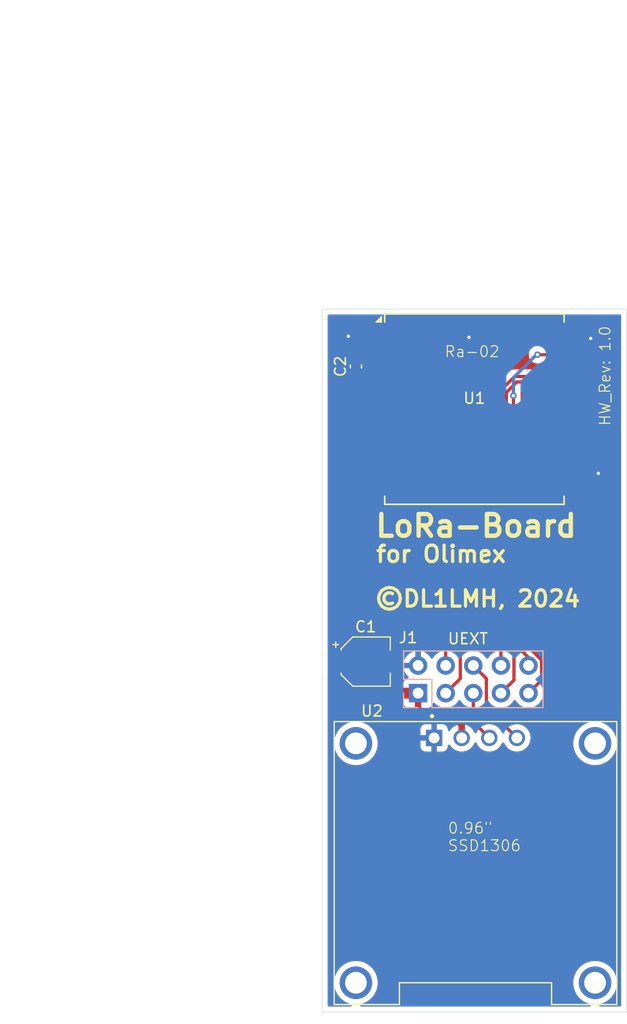
<source format=kicad_pcb>
(kicad_pcb (version 20240108) (generator "pcbnew") (generator_version "8.0")
  (title_block (title "LoRa Board for Olimex UEXT") (date "2024-10-30") (rev "HW-Ver. 1.0") (company "DL1LMH"))
  (layers (0 "F.Cu" signal) (31 "B.Cu" signal) (34 "B.Paste" user) (35 "F.Paste" user) (36 "B.SilkS" user "B.Silkscreen") (37 "F.SilkS" user "F.Silkscreen") (38 "B.Mask" user) (39 "F.Mask" user) (44 "Edge.Cuts" user))
  (net 0 "")
  (net 1 "/SSEL")
  (net 2 "/RXD")
  (net 3 "/TXD")
  (net 4 "/SCL")
  (net 5 "/MOSI")
  (net 6 "+3.3V")
  (net 7 "/SCK")
  (net 8 "/MISO")
  (net 9 "GND")
  (net 10 "/SDA")
  (footprint "Capacitor_SMD:CP_Elec_4x5.8" (layer "F.Cu") (at 137.76 102.1)
    (property "Reference" "C1" (at 0 -3.2 0) (layer "F.SilkS"))
    (property "Value" "22µF" (hide yes))
    (fp_line (start -3 -1.56) (end -2.5 -1.56) (stroke (width 0.12)) (layer "F.SilkS"))
    (fp_line (start -2.75 -1.81) (end -2.75 -1.31) (stroke (width 0.12)) (layer "F.SilkS"))
    (fp_line (start -2.26 -1.195563) (end -2.26 -1.06) (stroke (width 0.12)) (layer "F.SilkS"))
    (fp_line (start -2.26 -1.195563) (end -1.195563 -2.26) (stroke (width 0.12)) (layer "F.SilkS"))
    (fp_line (start -2.26 1.195563) (end -2.26 1.06) (stroke (width 0.12)) (layer "F.SilkS"))
    (fp_line (start -2.26 1.195563) (end -1.195563 2.26) (stroke (width 0.12)) (layer "F.SilkS"))
    (fp_line (start -1.195563 -2.26) (end 2.26 -2.26) (stroke (width 0.12)) (layer "F.SilkS"))
    (fp_line (start -1.195563 2.26) (end 2.26 2.26) (stroke (width 0.12)) (layer "F.SilkS"))
    (fp_line (start 2.26 -2.26) (end 2.26 -1.06) (stroke (width 0.12)) (layer "F.SilkS"))
    (fp_line (start 2.26 2.26) (end 2.26 1.06) (stroke (width 0.12)) (layer "F.SilkS"))
    (pad "1" smd roundrect (at -1.8 0) (size 2.6 1.6) (layers "F.Cu" "F.Paste" "F.Mask") (roundrect_rratio 0.15625) (net 6 "+3.3V"))
    (pad "2" smd roundrect (at 1.8 0) (size 2.6 1.6) (layers "F.Cu" "F.Paste" "F.Mask") (roundrect_rratio 0.15625) (net 9 "GND"))
  )
  (footprint "Capacitor_SMD:C_0603_1608Metric" (layer "F.Cu") (at 136.86 74.975 90)
    (property "Reference" "C2" (at 0 -1.43 90) (layer "F.SilkS"))
    (property "Value" "100n")
    (fp_line (start -0.14058 -0.51) (end 0.14058 -0.51) (stroke (width 0.12)) (layer "F.SilkS"))
    (fp_line (start -0.14058 0.51) (end 0.14058 0.51) (stroke (width 0.12)) (layer "F.SilkS"))
    (pad "1" smd roundrect (at -0.775 0 90) (size 0.9 0.95) (layers "F.Cu" "F.Paste" "F.Mask") (net 6 "+3.3V"))
    (pad "2" smd roundrect (at 0.775 0 90) (size 0.9 0.95) (layers "F.Cu" "F.Paste" "F.Mask") (net 9 "GND"))
  )
  (footprint "OLED 0.96:MODULE_DM-OLED096-636" (layer "F.Cu") (at 147.86 120.6125)
    (property "Reference" "U2" (at -9.525 -13.97 0) (layer "F.SilkS"))
    (property "Value" "DM-OLED096-636")
    (fp_line (start -13 -13) (end 13 -13) (stroke (width 0.127)) (layer "F.SilkS"))
    (fp_line (start -13 13) (end -13 -13) (stroke (width 0.127)) (layer "F.SilkS"))
    (fp_line (start -7 11) (end -7 13) (stroke (width 0.127)) (layer "F.SilkS"))
    (fp_line (start -7 13) (end -13 13) (stroke (width 0.127)) (layer "F.SilkS"))
    (fp_line (start 7 11) (end -7 11) (stroke (width 0.127)) (layer "F.SilkS"))
    (fp_line (start 7 13) (end 7 11) (stroke (width 0.127)) (layer "F.SilkS"))
    (fp_line (start 13 -13) (end 13 13) (stroke (width 0.127)) (layer "F.SilkS"))
    (fp_line (start 13 13) (end 7 13) (stroke (width 0.127)) (layer "F.SilkS"))
    (fp_circle (center -4 -13.5) (end -3.9 -13.5) (stroke (width 0.2)) (fill none) (layer "F.SilkS"))
    (pad "1" thru_hole rect (at -3.81 -11.5) (size 1.508 1.508) (drill 1) (layers "*.Cu" "*.Mask") (net 9 "GND"))
    (pad "2" thru_hole circle (at -1.27 -11.5) (size 1.508 1.508) (drill 1) (layers "*.Cu" "*.Mask") (net 6 "+3.3V"))
    (pad "3" thru_hole circle (at 1.27 -11.5) (size 1.508 1.508) (drill 1) (layers "*.Cu" "*.Mask") (net 4 "/SCL"))
    (pad "4" thru_hole circle (at 3.81 -11.5) (size 1.508 1.508) (drill 1) (layers "*.Cu" "*.Mask") (net 10 "/SDA"))
    (pad "S1" thru_hole circle (at -11 -11) (size 3 3) (drill 2) (layers "*.Cu" "*.Mask"))
    (pad "S2" thru_hole circle (at 11 -11) (size 3 3) (drill 2) (layers "*.Cu" "*.Mask"))
    (pad "S3" thru_hole circle (at 11 11) (size 3 3) (drill 2) (layers "*.Cu" "*.Mask"))
    (pad "S4" thru_hole circle (at -11 11) (size 3 3) (drill 2) (layers "*.Cu" "*.Mask"))
  )
  (footprint "RF_Module:Ai-Thinker-Ra-01-LoRa" (layer "F.Cu") (at 147.76 78.9)
    (property "Reference" "U1" (at 0 -1 0) (layer "F.SilkS"))
    (property "Value" "Ai-Thinker-Ra-02" (hide yes))
    (fp_line (start -8.25 -8.75) (end 8.25 -8.75) (stroke (width 0.15)) (layer "F.SilkS"))
    (fp_line (start -8.25 -8) (end -8.25 -8.75) (stroke (width 0.15)) (layer "F.SilkS"))
    (fp_line (start -8.25 8) (end -8.25 8.75) (stroke (width 0.15)) (layer "F.SilkS"))
    (fp_line (start -8.25 8.75) (end 8.25 8.75) (stroke (width 0.15)) (layer "F.SilkS"))
    (fp_line (start 8.25 -8.75) (end 8.25 -8) (stroke (width 0.15)) (layer "F.SilkS"))
    (fp_line (start 8.25 8.75) (end 8.25 8) (stroke (width 0.15)) (layer "F.SilkS"))
    (fp_poly (pts (xy -8.55 -8) (xy -9.05 -8) (xy -8.55 -8.5) (xy -8.55 -8)) (stroke (width 0.12)) (fill solid) (layer "F.SilkS"))
    (pad "1" smd rect (at -8 -7) (size 2 1.5) (layers "F.Cu" "F.Paste" "F.Mask") (net 9 "GND"))
    (pad "2" smd rect (at -8 -5) (size 2 1.5) (layers "F.Cu" "F.Paste" "F.Mask") (net 9 "GND"))
    (pad "3" smd rect (at -8 -3) (size 2 1.5) (layers "F.Cu" "F.Paste" "F.Mask") (net 6 "+3.3V"))
    (pad "4" smd rect (at -8 -1) (size 2 1.5) (layers "F.Cu" "F.Paste" "F.Mask") (net 3 "/TXD"))
    (pad "5" smd rect (at -8 1) (size 2 1.5) (layers "F.Cu" "F.Paste" "F.Mask") (net 2 "/RXD"))
    (pad "6" smd rect (at -8 3) (size 2 1.5) (layers "F.Cu" "F.Paste" "F.Mask"))
    (pad "7" smd rect (at -8 5) (size 2 1.5) (layers "F.Cu" "F.Paste" "F.Mask"))
    (pad "8" smd rect (at -8 7) (size 2 1.5) (layers "F.Cu" "F.Paste" "F.Mask"))
    (pad "9" smd rect (at 8 7) (size 2 1.5) (layers "F.Cu" "F.Paste" "F.Mask") (net 9 "GND"))
    (pad "10" smd rect (at 8 5) (size 2 1.5) (layers "F.Cu" "F.Paste" "F.Mask"))
    (pad "11" smd rect (at 8 3) (size 2 1.5) (layers "F.Cu" "F.Paste" "F.Mask"))
    (pad "12" smd rect (at 8 1) (size 2 1.5) (layers "F.Cu" "F.Paste" "F.Mask") (net 7 "/SCK"))
    (pad "13" smd rect (at 8 -1) (size 2 1.5) (layers "F.Cu" "F.Paste" "F.Mask") (net 8 "/MISO"))
    (pad "14" smd rect (at 8 -3) (size 2 1.5) (layers "F.Cu" "F.Paste" "F.Mask") (net 5 "/MOSI"))
    (pad "15" smd rect (at 8 -5) (size 2 1.5) (layers "F.Cu" "F.Paste" "F.Mask") (net 1 "/SSEL"))
    (pad "16" smd rect (at 8 -7) (size 2 1.5) (layers "F.Cu" "F.Paste" "F.Mask") (net 9 "GND"))
  )
  (footprint "Connector_PinSocket_2.54mm:PinSocket_2x05_P2.54mm_Vertical" (layer "B.Cu") (at 142.58 105 -90)
    (property "Reference" "J1" (at -5.1 0.92 180) (layer "F.SilkS"))
    (property "Value" "UEXT" (at -5 -4.58 180) (layer "F.SilkS"))
    (fp_line (start -1.27 1.33) (end -3.87 1.33) (stroke (width 0.12)) (layer "B.SilkS"))
    (fp_line (start 1.33 1.33) (end 0 1.33) (stroke (width 0.12)) (layer "B.SilkS"))
    (fp_line (start 1.33 0) (end 1.33 1.33) (stroke (width 0.12)) (layer "B.SilkS"))
    (fp_line (start -1.27 -1.27) (end -1.27 1.33) (stroke (width 0.12)) (layer "B.SilkS"))
    (fp_line (start 1.33 -1.27) (end -1.27 -1.27) (stroke (width 0.12)) (layer "B.SilkS"))
    (fp_line (start -3.87 -11.49) (end -3.87 1.33) (stroke (width 0.12)) (layer "B.SilkS"))
    (fp_line (start 1.33 -11.49) (end 1.33 -1.27) (stroke (width 0.12)) (layer "B.SilkS"))
    (fp_line (start 1.33 -11.49) (end -3.87 -11.49) (stroke (width 0.12)) (layer "B.SilkS"))
    (pad "1" thru_hole rect (at 0 0 270) (size 1.7 1.7) (drill 1) (layers "*.Cu" "*.Mask") (net 6 "+3.3V"))
    (pad "2" thru_hole oval (at -2.54 0 270) (size 1.7 1.7) (drill 1) (layers "*.Cu" "*.Mask") (net 9 "GND"))
    (pad "3" thru_hole oval (at 0 -2.54 270) (size 1.7 1.7) (drill 1) (layers "*.Cu" "*.Mask") (net 3 "/TXD"))
    (pad "4" thru_hole oval (at -2.54 -2.54 270) (size 1.7 1.7) (drill 1) (layers "*.Cu" "*.Mask") (net 2 "/RXD"))
    (pad "5" thru_hole oval (at 0 -5.08 270) (size 1.7 1.7) (drill 1) (layers "*.Cu" "*.Mask") (net 4 "/SCL"))
    (pad "6" thru_hole oval (at -2.54 -5.08 270) (size 1.7 1.7) (drill 1) (layers "*.Cu" "*.Mask") (net 10 "/SDA"))
    (pad "7" thru_hole oval (at 0 -7.62 270) (size 1.7 1.7) (drill 1) (layers "*.Cu" "*.Mask") (net 8 "/MISO"))
    (pad "8" thru_hole oval (at -2.54 -7.62 270) (size 1.7 1.7) (drill 1) (layers "*.Cu" "*.Mask") (net 5 "/MOSI"))
    (pad "9" thru_hole oval (at 0 -10.16 270) (size 1.7 1.7) (drill 1) (layers "*.Cu" "*.Mask") (net 7 "/SCK"))
    (pad "10" thru_hole oval (at -2.54 -10.16 270) (size 1.7 1.7) (drill 1) (layers "*.Cu" "*.Mask") (net 1 "/SSEL"))
  )
  (gr_rect (start 133.76 69.7) (end 161.76 134.3) (stroke (width 0.05)) (fill none) (layer "Edge.Cuts"))
  (gr_text "Ra-02" (at 144.96 74.2 0) (layer "F.SilkS") (effects (font (size 1 1) (thickness 0.1)) (justify left bottom)))
  (gr_text "HW_Rev: 1.0" (at 160.36 80.5 90) (layer "F.SilkS") (effects (font (size 1 1) (thickness 0.1)) (justify left bottom)))
  (gr_text "©DL1LMH, 2024" (at 138.46 97.2 0) (layer "F.SilkS") (effects (font (size 1.5 1.5) (thickness 0.3) (bold yes)) (justify left bottom)))
  (gr_text "0.96{dblquote}\nSSD1306" (at 145.26 119.6 0) (layer "F.SilkS") (effects (font (size 1 1) (thickness 0.1)) (justify left bottom)))
  (gr_text "LoRa-Board" (at 138.46 90.8 0) (layer "F.SilkS") (effects (font (size 2 2) (thickness 0.4) (bold yes)) (justify left bottom)))
  (gr_text "for Olimex" (at 138.56 93.1 0) (layer "F.SilkS") (effects (font (size 1.5 1.5) (thickness 0.3) (bold yes)) (justify left bottom)))
  (segment (start 151.35 100.342894) (end 152.74 101.732894) (width 0.3) (layer "F.Cu") (net 1))
  (segment (start 152.74 101.732894) (end 152.74 102.46) (width 0.3) (layer "F.Cu") (net 1))
  (segment (start 151.35 77.663173) (end 151.35 100.342894) (width 0.3) (layer "F.Cu") (net 1))
  (segment (start 153.56 73.9) (end 155.76 73.9) (width 0.3) (layer "F.Cu") (net 1))
  (via (at 153.56 73.9) (size 0.6) (drill 0.3) (layers "F.Cu" "B.Cu") (net 1))
  (via (at 151.35 77.663173) (size 0.6) (drill 0.3) (layers "F.Cu" "B.Cu") (net 1))
  (segment (start 153.46 73.9) (end 151.35 76.01) (width 0.3) (layer "B.Cu") (net 1))
  (segment (start 153.46 73.9) (end 153.56 73.9) (width 0.3) (layer "B.Cu") (net 1))
  (segment (start 153.56 73.8) (end 153.46 73.9) (width 0.3) (layer "B.Cu") (net 1))
  (segment (start 151.35 76.01) (end 151.35 77.663173) (width 0.3) (layer "B.Cu") (net 1))
  (segment (start 153.56 73.9) (end 153.56 73.8) (width 0.3) (layer "B.Cu") (net 1))
  (segment (start 145.12 81.36) (end 143.66 79.9) (width 0.3) (layer "F.Cu") (net 2))
  (segment (start 143.66 79.9) (end 139.76 79.9) (width 0.3) (layer "F.Cu") (net 2))
  (segment (start 145.12 102.46) (end 145.12 81.36) (width 0.3) (layer "F.Cu") (net 2))
  (segment (start 145.12 105) (end 146.46 103.66) (width 0.3) (layer "F.Cu") (net 3))
  (segment (start 146.46 103.66) (end 146.46 80.2) (width 0.3) (layer "F.Cu") (net 3))
  (segment (start 146.46 80.2) (end 144.16 77.9) (width 0.3) (layer "F.Cu") (net 3))
  (segment (start 144.16 77.9) (end 139.76 77.9) (width 0.3) (layer "F.Cu") (net 3))
  (segment (start 147.66 105) (end 147.66 107.6425) (width 0.3) (layer "F.Cu") (net 4))
  (segment (start 147.66 107.6425) (end 149.13 109.1125) (width 0.3) (layer "F.Cu") (net 4))
  (segment (start 150.2 102.46) (end 150.2 77.16) (width 0.3) (layer "F.Cu") (net 5))
  (segment (start 151.46 75.9) (end 155.76 75.9) (width 0.3) (layer "F.Cu") (net 5))
  (segment (start 150.2 77.16) (end 151.46 75.9) (width 0.3) (layer "F.Cu") (net 5))
  (segment (start 142.58 106.92) (end 142.58 105) (width 0.6) (layer "F.Cu") (net 6))
  (segment (start 136.36 102) (end 136.36 103.7) (width 1) (layer "F.Cu") (net 6))
  (segment (start 136.36 103.7) (end 137.66 105) (width 1) (layer "F.Cu") (net 6))
  (segment (start 146.59 109.1125) (end 146.59 107.93) (width 0.6) (layer "F.Cu") (net 6))
  (segment (start 136.86 79.2) (end 136.86 99.7) (width 1) (layer "F.Cu") (net 6))
  (segment (start 137.56 75.9) (end 139.76 75.9) (width 1) (layer "F.Cu") (net 6))
  (segment (start 136.26 101.9) (end 136.36 102) (width 1) (layer "F.Cu") (net 6))
  (segment (start 136.86 79.2) (end 136.86 76.6) (width 1) (layer "F.Cu") (net 6))
  (segment (start 146.16 107.5) (end 143.16 107.5) (width 0.6) (layer "F.Cu") (net 6))
  (segment (start 143.16 107.5) (end 142.58 106.92) (width 0.6) (layer "F.Cu") (net 6))
  (segment (start 136.86 76.6) (end 137.56 75.9) (width 1) (layer "F.Cu") (net 6))
  (segment (start 137.66 105) (end 142.58 105) (width 1) (layer "F.Cu") (net 6))
  (segment (start 146.59 107.93) (end 146.16 107.5) (width 0.6) (layer "F.Cu") (net 6))
  (segment (start 136.86 99.7) (end 136.26 100.3) (width 1) (layer "F.Cu") (net 6))
  (segment (start 136.26 100.3) (end 136.26 101.9) (width 1) (layer "F.Cu") (net 6))
  (segment (start 153.56 77.2) (end 153.56 78.9) (width 0.3) (layer "F.Cu") (net 7))
  (segment (start 152.16 78.49) (end 152.16 77.3) (width 0.3) (layer "F.Cu") (net 7))
  (segment (start 152.74 105) (end 153.94 103.8) (width 0.3) (layer "F.Cu") (net 7))
  (segment (start 154.56 79.9) (end 155.76 79.9) (width 0.3) (layer "F.Cu") (net 7))
  (segment (start 152.16 77.3) (end 152.56 76.9) (width 0.3) (layer "F.Cu") (net 7))
  (segment (start 153.26 76.9) (end 153.56 77.2) (width 0.3) (layer "F.Cu") (net 7))
  (segment (start 153.94 103.8) (end 153.94 101.962943) (width 0.3) (layer "F.Cu") (net 7))
  (segment (start 151.85 99.872943) (end 151.85 78.8) (width 0.3) (layer "F.Cu") (net 7))
  (segment (start 151.85 78.8) (end 152.16 78.49) (width 0.3) (layer "F.Cu") (net 7))
  (segment (start 153.94 101.962943) (end 151.85 99.872943) (width 0.3) (layer "F.Cu") (net 7))
  (segment (start 153.56 78.9) (end 154.56 79.9) (width 0.3) (layer "F.Cu") (net 7))
  (segment (start 152.56 76.9) (end 153.26 76.9) (width 0.3) (layer "F.Cu") (net 7))
  (segment (start 154.56 77.9) (end 155.76 77.9) (width 0.3) (layer "F.Cu") (net 8))
  (segment (start 150.7 100.4) (end 150.7 77.367106) (width 0.3) (layer "F.Cu") (net 8))
  (segment (start 154.06 77.4) (end 154.56 77.9) (width 0.3) (layer "F.Cu") (net 8))
  (segment (start 150.2 105) (end 151.4 103.8) (width 0.3) (layer "F.Cu") (net 8))
  (segment (start 151.4 101.1) (end 150.7 100.4) (width 0.3) (layer "F.Cu") (net 8))
  (segment (start 151.4 103.8) (end 151.4 101.1) (width 0.3) (layer "F.Cu") (net 8))
  (segment (start 151.667106 76.4) (end 153.66 76.4) (width 0.3) (layer "F.Cu") (net 8))
  (segment (start 154.06 76.8) (end 154.06 77.4) (width 0.3) (layer "F.Cu") (net 8))
  (segment (start 150.7 77.367106) (end 151.667106 76.4) (width 0.3) (layer "F.Cu") (net 8))
  (segment (start 153.66 76.4) (end 154.06 76.8) (width 0.3) (layer "F.Cu") (net 8))
  (via (at 147.26 72.3) (size 0.6) (drill 0.3) (layers "F.Cu" "B.Cu") (net 9))
  (via (at 158.46 72.4) (size 0.6) (drill 0.3) (layers "F.Cu" "B.Cu") (net 9))
  (via (at 136.16 72.2) (size 0.6) (drill 0.3) (layers "F.Cu" "B.Cu") (net 9))
  (via (at 159.16 84.8) (size 0.6) (drill 0.3) (layers "F.Cu" "B.Cu") (net 9))
  (segment (start 147.66 102.46) (end 148.86 103.66) (width 0.3) (layer "F.Cu") (net 10))
  (segment (start 148.86 106.3025) (end 151.67 109.1125) (width 0.3) (layer "F.Cu") (net 10))
  (segment (start 148.86 103.66) (end 148.86 106.3025) (width 0.3) (layer "F.Cu") (net 10))
  (zone (net 9) (net_name "GND") (layers "F&B.Cu") (connect_pads (clearance 0.5)) (min_thickness 0.25) (fill yes (thermal_gap 0.5) (thermal_bridge_width 0.5))
    (polygon (pts (xy 133.86 69.8) (xy 161.66 69.8) (xy 161.66 134.2) (xy 133.86 134.2)))
  )
)
</source>
